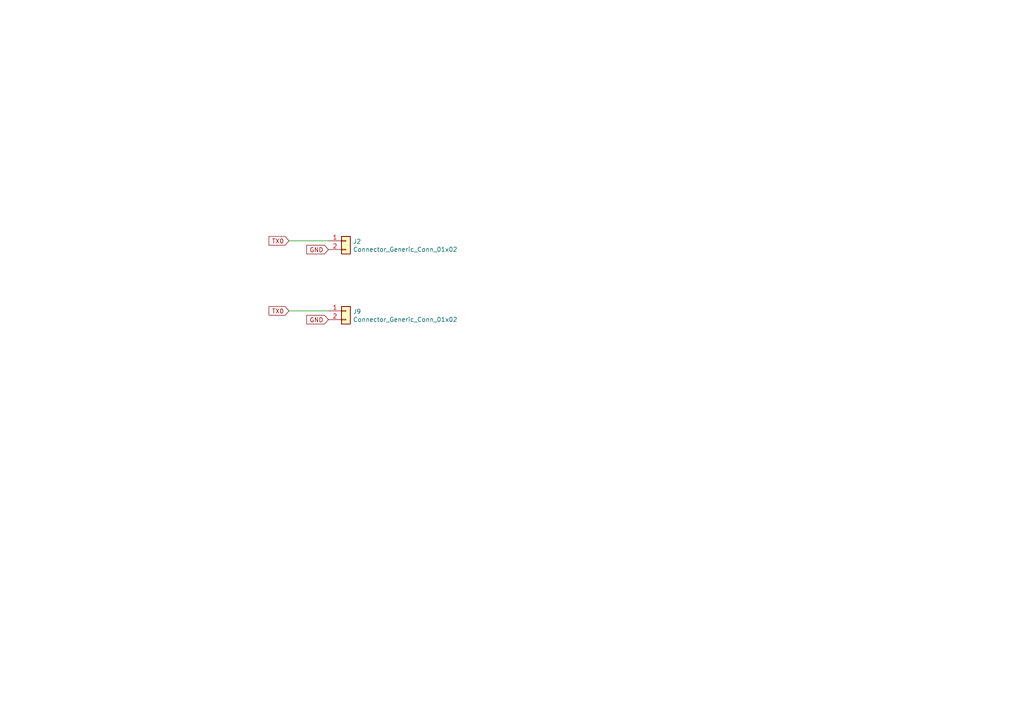
<source format=kicad_sch>
(kicad_sch (version 20211123) (generator eeschema)
  (paper "A4")
  (lib_symbols
    (symbol "bgt:Connector_Generic_Conn_01x02" (pin_names (offset 1.016) hide)
      (property "Reference" "J" (at 0 2.54 0))
      (property "Value" "bgt_Connector_Generic_Conn_01x02" (at 0 -5.08 0))
      (symbol "Connector_Generic_Conn_01x02_1_1"
        (rectangle (start -1.27 -2.413) (end 0 -2.667) (stroke (width 0.1524)))
        (rectangle (start -1.27 0.127) (end 0 -0.127) (stroke (width 0.1524)))
        (rectangle (start -1.27 1.27) (end 1.27 -3.81) (stroke (width 0.254)) (fill (type background)))
        (pin passive line (at -5.08 0 0) (length 3.81) (name "Pin_1") (number "1"))
        (pin passive line (at -5.08 -2.54 0) (length 3.81) (name "Pin_2") (number "2"))
      )
    )
  )
  (wire (pts (xy 83.82 69.85) (xy 95.25 69.85)))
  (wire (pts (xy 83.82 90.17) (xy 95.25 90.17)))
  (global_label "TX0" (shape input) (at 83.82 90.17 180) (property "Intersheet References" "${INTERSHEET_REFS}" (effects hide)))
  (global_label "GND" (shape input) (at 95.25 92.71 180) (property "Intersheet References" "${INTERSHEET_REFS}" (effects hide)))
  (global_label "GND" (shape input) (at 95.25 72.39 180) (property "Intersheet References" "${INTERSHEET_REFS}" (effects hide)))
  (global_label "TX0" (shape input) (at 83.82 69.85 180) (property "Intersheet References" "${INTERSHEET_REFS}" (effects hide)))
  (symbol (lib_id "bgt:Connector_Generic_Conn_01x02") (at 100.33 69.85 0) (unit 1)
    (property "Reference" "J2" (at 102.362 70.0532 0) (effects (justify left)))
    (property "Value" "Connector_Generic_Conn_01x02" (at 102.362 72.3646 0) (effects (justify left)))
    (property "Footprint" "Connector_PinHeader_2.54mm:PinHeader_1x02_P2.54mm_Vertical" (effects hide))
  )
  (symbol (lib_id "bgt:Connector_Generic_Conn_01x02") (at 100.33 90.17 0) (unit 1)
    (property "Reference" "J9" (at 102.362 90.3732 0) (effects (justify left)))
    (property "Value" "Connector_Generic_Conn_01x02" (at 102.362 92.6846 0) (effects (justify left)))
    (property "Footprint" "Connector_PinHeader_2.54mm:PinHeader_1x02_P2.54mm_Vertical" (effects hide))
  )
)
</source>
